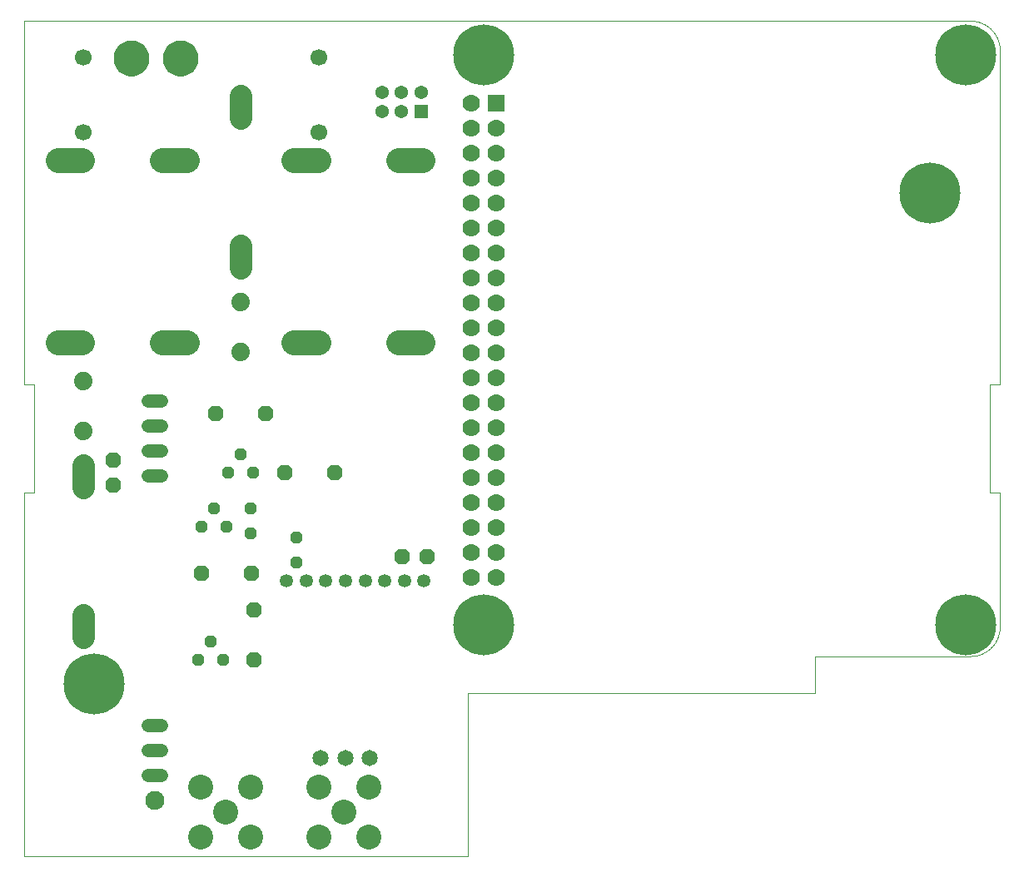
<source format=gbs>
G75*
%MOIN*%
%OFA0B0*%
%FSLAX25Y25*%
%IPPOS*%
%LPD*%
%AMOC8*
5,1,8,0,0,1.08239X$1,22.5*
%
%ADD10C,0.00000*%
%ADD11C,0.09843*%
%ADD12C,0.24409*%
%ADD13C,0.06299*%
%ADD14C,0.07677*%
%ADD15OC8,0.06300*%
%ADD16C,0.08850*%
%ADD17C,0.06693*%
%ADD18C,0.07400*%
%ADD19OC8,0.04800*%
%ADD20C,0.09843*%
%ADD21C,0.06496*%
%ADD22R,0.05400X0.05400*%
%ADD23C,0.05400*%
%ADD24C,0.05315*%
%ADD25C,0.07600*%
%ADD26C,0.10000*%
%ADD27C,0.10827*%
%ADD28R,0.07000X0.07000*%
%ADD29C,0.07000*%
%ADD30C,0.05315*%
D10*
X0013297Y0027187D02*
X0013297Y0172857D01*
X0017234Y0172857D01*
X0017234Y0216164D01*
X0013297Y0216164D01*
X0013297Y0361833D01*
X0392037Y0361833D01*
X0392322Y0361830D01*
X0392608Y0361819D01*
X0392893Y0361802D01*
X0393177Y0361778D01*
X0393461Y0361747D01*
X0393744Y0361709D01*
X0394025Y0361664D01*
X0394306Y0361613D01*
X0394586Y0361555D01*
X0394864Y0361490D01*
X0395140Y0361418D01*
X0395414Y0361340D01*
X0395687Y0361255D01*
X0395957Y0361163D01*
X0396225Y0361065D01*
X0396491Y0360961D01*
X0396754Y0360850D01*
X0397014Y0360733D01*
X0397272Y0360610D01*
X0397526Y0360480D01*
X0397777Y0360344D01*
X0398025Y0360203D01*
X0398269Y0360055D01*
X0398510Y0359902D01*
X0398746Y0359742D01*
X0398979Y0359577D01*
X0399208Y0359407D01*
X0399433Y0359231D01*
X0399653Y0359049D01*
X0399869Y0358863D01*
X0400080Y0358671D01*
X0400287Y0358474D01*
X0400489Y0358272D01*
X0400686Y0358065D01*
X0400878Y0357854D01*
X0401064Y0357638D01*
X0401246Y0357418D01*
X0401422Y0357193D01*
X0401592Y0356964D01*
X0401757Y0356731D01*
X0401917Y0356495D01*
X0402070Y0356254D01*
X0402218Y0356010D01*
X0402359Y0355762D01*
X0402495Y0355511D01*
X0402625Y0355257D01*
X0402748Y0354999D01*
X0402865Y0354739D01*
X0402976Y0354476D01*
X0403080Y0354210D01*
X0403178Y0353942D01*
X0403270Y0353672D01*
X0403355Y0353399D01*
X0403433Y0353125D01*
X0403505Y0352849D01*
X0403570Y0352571D01*
X0403628Y0352291D01*
X0403679Y0352010D01*
X0403724Y0351729D01*
X0403762Y0351446D01*
X0403793Y0351162D01*
X0403817Y0350878D01*
X0403834Y0350593D01*
X0403845Y0350307D01*
X0403848Y0350022D01*
X0403848Y0216164D01*
X0399911Y0216164D01*
X0399911Y0172857D01*
X0403848Y0172857D01*
X0403848Y0119117D01*
X0403845Y0118832D01*
X0403834Y0118546D01*
X0403817Y0118261D01*
X0403793Y0117977D01*
X0403762Y0117693D01*
X0403724Y0117410D01*
X0403679Y0117129D01*
X0403628Y0116848D01*
X0403570Y0116568D01*
X0403505Y0116290D01*
X0403433Y0116014D01*
X0403355Y0115740D01*
X0403270Y0115467D01*
X0403178Y0115197D01*
X0403080Y0114929D01*
X0402976Y0114663D01*
X0402865Y0114400D01*
X0402748Y0114140D01*
X0402625Y0113882D01*
X0402495Y0113628D01*
X0402359Y0113377D01*
X0402218Y0113129D01*
X0402070Y0112885D01*
X0401917Y0112644D01*
X0401757Y0112408D01*
X0401592Y0112175D01*
X0401422Y0111946D01*
X0401246Y0111721D01*
X0401064Y0111501D01*
X0400878Y0111285D01*
X0400686Y0111074D01*
X0400489Y0110867D01*
X0400287Y0110665D01*
X0400080Y0110468D01*
X0399869Y0110276D01*
X0399653Y0110090D01*
X0399433Y0109908D01*
X0399208Y0109732D01*
X0398979Y0109562D01*
X0398746Y0109397D01*
X0398510Y0109237D01*
X0398269Y0109084D01*
X0398025Y0108936D01*
X0397777Y0108795D01*
X0397526Y0108659D01*
X0397272Y0108529D01*
X0397014Y0108406D01*
X0396754Y0108289D01*
X0396491Y0108178D01*
X0396225Y0108074D01*
X0395957Y0107976D01*
X0395687Y0107884D01*
X0395414Y0107799D01*
X0395140Y0107721D01*
X0394864Y0107649D01*
X0394586Y0107584D01*
X0394306Y0107526D01*
X0394025Y0107475D01*
X0393744Y0107430D01*
X0393461Y0107392D01*
X0393177Y0107361D01*
X0392893Y0107337D01*
X0392608Y0107320D01*
X0392322Y0107309D01*
X0392037Y0107306D01*
X0330029Y0107306D01*
X0330029Y0092542D01*
X0190856Y0092542D01*
X0190856Y0027187D01*
X0013297Y0027187D01*
X0036328Y0096085D02*
X0036330Y0096225D01*
X0036336Y0096365D01*
X0036346Y0096504D01*
X0036360Y0096643D01*
X0036378Y0096782D01*
X0036399Y0096920D01*
X0036425Y0097058D01*
X0036455Y0097195D01*
X0036488Y0097330D01*
X0036526Y0097465D01*
X0036567Y0097599D01*
X0036612Y0097732D01*
X0036660Y0097863D01*
X0036713Y0097992D01*
X0036769Y0098121D01*
X0036828Y0098247D01*
X0036892Y0098372D01*
X0036958Y0098495D01*
X0037029Y0098616D01*
X0037102Y0098735D01*
X0037179Y0098852D01*
X0037260Y0098966D01*
X0037343Y0099078D01*
X0037430Y0099188D01*
X0037520Y0099296D01*
X0037612Y0099400D01*
X0037708Y0099502D01*
X0037807Y0099602D01*
X0037908Y0099698D01*
X0038012Y0099792D01*
X0038119Y0099882D01*
X0038228Y0099969D01*
X0038340Y0100054D01*
X0038454Y0100135D01*
X0038570Y0100213D01*
X0038688Y0100287D01*
X0038809Y0100358D01*
X0038931Y0100426D01*
X0039056Y0100490D01*
X0039182Y0100551D01*
X0039309Y0100608D01*
X0039439Y0100661D01*
X0039570Y0100711D01*
X0039702Y0100756D01*
X0039835Y0100799D01*
X0039970Y0100837D01*
X0040105Y0100871D01*
X0040242Y0100902D01*
X0040379Y0100929D01*
X0040517Y0100951D01*
X0040656Y0100970D01*
X0040795Y0100985D01*
X0040934Y0100996D01*
X0041074Y0101003D01*
X0041214Y0101006D01*
X0041354Y0101005D01*
X0041494Y0101000D01*
X0041633Y0100991D01*
X0041773Y0100978D01*
X0041912Y0100961D01*
X0042050Y0100940D01*
X0042188Y0100916D01*
X0042325Y0100887D01*
X0042461Y0100855D01*
X0042596Y0100818D01*
X0042730Y0100778D01*
X0042863Y0100734D01*
X0042994Y0100686D01*
X0043124Y0100635D01*
X0043253Y0100580D01*
X0043380Y0100521D01*
X0043505Y0100458D01*
X0043628Y0100393D01*
X0043750Y0100323D01*
X0043869Y0100250D01*
X0043987Y0100174D01*
X0044102Y0100095D01*
X0044215Y0100012D01*
X0044325Y0099926D01*
X0044433Y0099837D01*
X0044538Y0099745D01*
X0044641Y0099650D01*
X0044741Y0099552D01*
X0044838Y0099452D01*
X0044932Y0099348D01*
X0045024Y0099242D01*
X0045112Y0099134D01*
X0045197Y0099023D01*
X0045279Y0098909D01*
X0045358Y0098793D01*
X0045433Y0098676D01*
X0045505Y0098556D01*
X0045573Y0098434D01*
X0045638Y0098310D01*
X0045700Y0098184D01*
X0045758Y0098057D01*
X0045812Y0097928D01*
X0045863Y0097797D01*
X0045909Y0097665D01*
X0045952Y0097532D01*
X0045992Y0097398D01*
X0046027Y0097263D01*
X0046059Y0097126D01*
X0046086Y0096989D01*
X0046110Y0096851D01*
X0046130Y0096713D01*
X0046146Y0096574D01*
X0046158Y0096434D01*
X0046166Y0096295D01*
X0046170Y0096155D01*
X0046170Y0096015D01*
X0046166Y0095875D01*
X0046158Y0095736D01*
X0046146Y0095596D01*
X0046130Y0095457D01*
X0046110Y0095319D01*
X0046086Y0095181D01*
X0046059Y0095044D01*
X0046027Y0094907D01*
X0045992Y0094772D01*
X0045952Y0094638D01*
X0045909Y0094505D01*
X0045863Y0094373D01*
X0045812Y0094242D01*
X0045758Y0094113D01*
X0045700Y0093986D01*
X0045638Y0093860D01*
X0045573Y0093736D01*
X0045505Y0093614D01*
X0045433Y0093494D01*
X0045358Y0093377D01*
X0045279Y0093261D01*
X0045197Y0093147D01*
X0045112Y0093036D01*
X0045024Y0092928D01*
X0044932Y0092822D01*
X0044838Y0092718D01*
X0044741Y0092618D01*
X0044641Y0092520D01*
X0044538Y0092425D01*
X0044433Y0092333D01*
X0044325Y0092244D01*
X0044215Y0092158D01*
X0044102Y0092075D01*
X0043987Y0091996D01*
X0043869Y0091920D01*
X0043750Y0091847D01*
X0043628Y0091777D01*
X0043505Y0091712D01*
X0043380Y0091649D01*
X0043253Y0091590D01*
X0043124Y0091535D01*
X0042994Y0091484D01*
X0042863Y0091436D01*
X0042730Y0091392D01*
X0042596Y0091352D01*
X0042461Y0091315D01*
X0042325Y0091283D01*
X0042188Y0091254D01*
X0042050Y0091230D01*
X0041912Y0091209D01*
X0041773Y0091192D01*
X0041633Y0091179D01*
X0041494Y0091170D01*
X0041354Y0091165D01*
X0041214Y0091164D01*
X0041074Y0091167D01*
X0040934Y0091174D01*
X0040795Y0091185D01*
X0040656Y0091200D01*
X0040517Y0091219D01*
X0040379Y0091241D01*
X0040242Y0091268D01*
X0040105Y0091299D01*
X0039970Y0091333D01*
X0039835Y0091371D01*
X0039702Y0091414D01*
X0039570Y0091459D01*
X0039439Y0091509D01*
X0039309Y0091562D01*
X0039182Y0091619D01*
X0039056Y0091680D01*
X0038931Y0091744D01*
X0038809Y0091812D01*
X0038688Y0091883D01*
X0038570Y0091957D01*
X0038454Y0092035D01*
X0038340Y0092116D01*
X0038228Y0092201D01*
X0038119Y0092288D01*
X0038012Y0092378D01*
X0037908Y0092472D01*
X0037807Y0092568D01*
X0037708Y0092668D01*
X0037612Y0092770D01*
X0037520Y0092874D01*
X0037430Y0092982D01*
X0037343Y0093092D01*
X0037260Y0093204D01*
X0037179Y0093318D01*
X0037102Y0093435D01*
X0037029Y0093554D01*
X0036958Y0093675D01*
X0036892Y0093798D01*
X0036828Y0093923D01*
X0036769Y0094049D01*
X0036713Y0094178D01*
X0036660Y0094307D01*
X0036612Y0094438D01*
X0036567Y0094571D01*
X0036526Y0094705D01*
X0036488Y0094840D01*
X0036455Y0094975D01*
X0036425Y0095112D01*
X0036399Y0095250D01*
X0036378Y0095388D01*
X0036360Y0095527D01*
X0036346Y0095666D01*
X0036336Y0095805D01*
X0036330Y0095945D01*
X0036328Y0096085D01*
X0191742Y0119707D02*
X0191744Y0119854D01*
X0191750Y0120000D01*
X0191760Y0120146D01*
X0191774Y0120292D01*
X0191792Y0120438D01*
X0191813Y0120583D01*
X0191839Y0120727D01*
X0191869Y0120871D01*
X0191902Y0121013D01*
X0191939Y0121155D01*
X0191980Y0121296D01*
X0192025Y0121435D01*
X0192074Y0121574D01*
X0192126Y0121711D01*
X0192183Y0121846D01*
X0192242Y0121980D01*
X0192306Y0122112D01*
X0192373Y0122242D01*
X0192443Y0122371D01*
X0192517Y0122498D01*
X0192594Y0122622D01*
X0192675Y0122745D01*
X0192759Y0122865D01*
X0192846Y0122983D01*
X0192936Y0123098D01*
X0193029Y0123211D01*
X0193126Y0123322D01*
X0193225Y0123430D01*
X0193327Y0123535D01*
X0193432Y0123637D01*
X0193540Y0123736D01*
X0193651Y0123833D01*
X0193764Y0123926D01*
X0193879Y0124016D01*
X0193997Y0124103D01*
X0194117Y0124187D01*
X0194240Y0124268D01*
X0194364Y0124345D01*
X0194491Y0124419D01*
X0194620Y0124489D01*
X0194750Y0124556D01*
X0194882Y0124620D01*
X0195016Y0124679D01*
X0195151Y0124736D01*
X0195288Y0124788D01*
X0195427Y0124837D01*
X0195566Y0124882D01*
X0195707Y0124923D01*
X0195849Y0124960D01*
X0195991Y0124993D01*
X0196135Y0125023D01*
X0196279Y0125049D01*
X0196424Y0125070D01*
X0196570Y0125088D01*
X0196716Y0125102D01*
X0196862Y0125112D01*
X0197008Y0125118D01*
X0197155Y0125120D01*
X0197302Y0125118D01*
X0197448Y0125112D01*
X0197594Y0125102D01*
X0197740Y0125088D01*
X0197886Y0125070D01*
X0198031Y0125049D01*
X0198175Y0125023D01*
X0198319Y0124993D01*
X0198461Y0124960D01*
X0198603Y0124923D01*
X0198744Y0124882D01*
X0198883Y0124837D01*
X0199022Y0124788D01*
X0199159Y0124736D01*
X0199294Y0124679D01*
X0199428Y0124620D01*
X0199560Y0124556D01*
X0199690Y0124489D01*
X0199819Y0124419D01*
X0199946Y0124345D01*
X0200070Y0124268D01*
X0200193Y0124187D01*
X0200313Y0124103D01*
X0200431Y0124016D01*
X0200546Y0123926D01*
X0200659Y0123833D01*
X0200770Y0123736D01*
X0200878Y0123637D01*
X0200983Y0123535D01*
X0201085Y0123430D01*
X0201184Y0123322D01*
X0201281Y0123211D01*
X0201374Y0123098D01*
X0201464Y0122983D01*
X0201551Y0122865D01*
X0201635Y0122745D01*
X0201716Y0122622D01*
X0201793Y0122498D01*
X0201867Y0122371D01*
X0201937Y0122242D01*
X0202004Y0122112D01*
X0202068Y0121980D01*
X0202127Y0121846D01*
X0202184Y0121711D01*
X0202236Y0121574D01*
X0202285Y0121435D01*
X0202330Y0121296D01*
X0202371Y0121155D01*
X0202408Y0121013D01*
X0202441Y0120871D01*
X0202471Y0120727D01*
X0202497Y0120583D01*
X0202518Y0120438D01*
X0202536Y0120292D01*
X0202550Y0120146D01*
X0202560Y0120000D01*
X0202566Y0119854D01*
X0202568Y0119707D01*
X0202566Y0119560D01*
X0202560Y0119414D01*
X0202550Y0119268D01*
X0202536Y0119122D01*
X0202518Y0118976D01*
X0202497Y0118831D01*
X0202471Y0118687D01*
X0202441Y0118543D01*
X0202408Y0118401D01*
X0202371Y0118259D01*
X0202330Y0118118D01*
X0202285Y0117979D01*
X0202236Y0117840D01*
X0202184Y0117703D01*
X0202127Y0117568D01*
X0202068Y0117434D01*
X0202004Y0117302D01*
X0201937Y0117172D01*
X0201867Y0117043D01*
X0201793Y0116916D01*
X0201716Y0116792D01*
X0201635Y0116669D01*
X0201551Y0116549D01*
X0201464Y0116431D01*
X0201374Y0116316D01*
X0201281Y0116203D01*
X0201184Y0116092D01*
X0201085Y0115984D01*
X0200983Y0115879D01*
X0200878Y0115777D01*
X0200770Y0115678D01*
X0200659Y0115581D01*
X0200546Y0115488D01*
X0200431Y0115398D01*
X0200313Y0115311D01*
X0200193Y0115227D01*
X0200070Y0115146D01*
X0199946Y0115069D01*
X0199819Y0114995D01*
X0199690Y0114925D01*
X0199560Y0114858D01*
X0199428Y0114794D01*
X0199294Y0114735D01*
X0199159Y0114678D01*
X0199022Y0114626D01*
X0198883Y0114577D01*
X0198744Y0114532D01*
X0198603Y0114491D01*
X0198461Y0114454D01*
X0198319Y0114421D01*
X0198175Y0114391D01*
X0198031Y0114365D01*
X0197886Y0114344D01*
X0197740Y0114326D01*
X0197594Y0114312D01*
X0197448Y0114302D01*
X0197302Y0114296D01*
X0197155Y0114294D01*
X0197008Y0114296D01*
X0196862Y0114302D01*
X0196716Y0114312D01*
X0196570Y0114326D01*
X0196424Y0114344D01*
X0196279Y0114365D01*
X0196135Y0114391D01*
X0195991Y0114421D01*
X0195849Y0114454D01*
X0195707Y0114491D01*
X0195566Y0114532D01*
X0195427Y0114577D01*
X0195288Y0114626D01*
X0195151Y0114678D01*
X0195016Y0114735D01*
X0194882Y0114794D01*
X0194750Y0114858D01*
X0194620Y0114925D01*
X0194491Y0114995D01*
X0194364Y0115069D01*
X0194240Y0115146D01*
X0194117Y0115227D01*
X0193997Y0115311D01*
X0193879Y0115398D01*
X0193764Y0115488D01*
X0193651Y0115581D01*
X0193540Y0115678D01*
X0193432Y0115777D01*
X0193327Y0115879D01*
X0193225Y0115984D01*
X0193126Y0116092D01*
X0193029Y0116203D01*
X0192936Y0116316D01*
X0192846Y0116431D01*
X0192759Y0116549D01*
X0192675Y0116669D01*
X0192594Y0116792D01*
X0192517Y0116916D01*
X0192443Y0117043D01*
X0192373Y0117172D01*
X0192306Y0117302D01*
X0192242Y0117434D01*
X0192183Y0117568D01*
X0192126Y0117703D01*
X0192074Y0117840D01*
X0192025Y0117979D01*
X0191980Y0118118D01*
X0191939Y0118259D01*
X0191902Y0118401D01*
X0191869Y0118543D01*
X0191839Y0118687D01*
X0191813Y0118831D01*
X0191792Y0118976D01*
X0191774Y0119122D01*
X0191760Y0119268D01*
X0191750Y0119414D01*
X0191744Y0119560D01*
X0191742Y0119707D01*
X0370974Y0292935D02*
X0370976Y0293075D01*
X0370982Y0293215D01*
X0370992Y0293354D01*
X0371006Y0293493D01*
X0371024Y0293632D01*
X0371045Y0293770D01*
X0371071Y0293908D01*
X0371101Y0294045D01*
X0371134Y0294180D01*
X0371172Y0294315D01*
X0371213Y0294449D01*
X0371258Y0294582D01*
X0371306Y0294713D01*
X0371359Y0294842D01*
X0371415Y0294971D01*
X0371474Y0295097D01*
X0371538Y0295222D01*
X0371604Y0295345D01*
X0371675Y0295466D01*
X0371748Y0295585D01*
X0371825Y0295702D01*
X0371906Y0295816D01*
X0371989Y0295928D01*
X0372076Y0296038D01*
X0372166Y0296146D01*
X0372258Y0296250D01*
X0372354Y0296352D01*
X0372453Y0296452D01*
X0372554Y0296548D01*
X0372658Y0296642D01*
X0372765Y0296732D01*
X0372874Y0296819D01*
X0372986Y0296904D01*
X0373100Y0296985D01*
X0373216Y0297063D01*
X0373334Y0297137D01*
X0373455Y0297208D01*
X0373577Y0297276D01*
X0373702Y0297340D01*
X0373828Y0297401D01*
X0373955Y0297458D01*
X0374085Y0297511D01*
X0374216Y0297561D01*
X0374348Y0297606D01*
X0374481Y0297649D01*
X0374616Y0297687D01*
X0374751Y0297721D01*
X0374888Y0297752D01*
X0375025Y0297779D01*
X0375163Y0297801D01*
X0375302Y0297820D01*
X0375441Y0297835D01*
X0375580Y0297846D01*
X0375720Y0297853D01*
X0375860Y0297856D01*
X0376000Y0297855D01*
X0376140Y0297850D01*
X0376279Y0297841D01*
X0376419Y0297828D01*
X0376558Y0297811D01*
X0376696Y0297790D01*
X0376834Y0297766D01*
X0376971Y0297737D01*
X0377107Y0297705D01*
X0377242Y0297668D01*
X0377376Y0297628D01*
X0377509Y0297584D01*
X0377640Y0297536D01*
X0377770Y0297485D01*
X0377899Y0297430D01*
X0378026Y0297371D01*
X0378151Y0297308D01*
X0378274Y0297243D01*
X0378396Y0297173D01*
X0378515Y0297100D01*
X0378633Y0297024D01*
X0378748Y0296945D01*
X0378861Y0296862D01*
X0378971Y0296776D01*
X0379079Y0296687D01*
X0379184Y0296595D01*
X0379287Y0296500D01*
X0379387Y0296402D01*
X0379484Y0296302D01*
X0379578Y0296198D01*
X0379670Y0296092D01*
X0379758Y0295984D01*
X0379843Y0295873D01*
X0379925Y0295759D01*
X0380004Y0295643D01*
X0380079Y0295526D01*
X0380151Y0295406D01*
X0380219Y0295284D01*
X0380284Y0295160D01*
X0380346Y0295034D01*
X0380404Y0294907D01*
X0380458Y0294778D01*
X0380509Y0294647D01*
X0380555Y0294515D01*
X0380598Y0294382D01*
X0380638Y0294248D01*
X0380673Y0294113D01*
X0380705Y0293976D01*
X0380732Y0293839D01*
X0380756Y0293701D01*
X0380776Y0293563D01*
X0380792Y0293424D01*
X0380804Y0293284D01*
X0380812Y0293145D01*
X0380816Y0293005D01*
X0380816Y0292865D01*
X0380812Y0292725D01*
X0380804Y0292586D01*
X0380792Y0292446D01*
X0380776Y0292307D01*
X0380756Y0292169D01*
X0380732Y0292031D01*
X0380705Y0291894D01*
X0380673Y0291757D01*
X0380638Y0291622D01*
X0380598Y0291488D01*
X0380555Y0291355D01*
X0380509Y0291223D01*
X0380458Y0291092D01*
X0380404Y0290963D01*
X0380346Y0290836D01*
X0380284Y0290710D01*
X0380219Y0290586D01*
X0380151Y0290464D01*
X0380079Y0290344D01*
X0380004Y0290227D01*
X0379925Y0290111D01*
X0379843Y0289997D01*
X0379758Y0289886D01*
X0379670Y0289778D01*
X0379578Y0289672D01*
X0379484Y0289568D01*
X0379387Y0289468D01*
X0379287Y0289370D01*
X0379184Y0289275D01*
X0379079Y0289183D01*
X0378971Y0289094D01*
X0378861Y0289008D01*
X0378748Y0288925D01*
X0378633Y0288846D01*
X0378515Y0288770D01*
X0378396Y0288697D01*
X0378274Y0288627D01*
X0378151Y0288562D01*
X0378026Y0288499D01*
X0377899Y0288440D01*
X0377770Y0288385D01*
X0377640Y0288334D01*
X0377509Y0288286D01*
X0377376Y0288242D01*
X0377242Y0288202D01*
X0377107Y0288165D01*
X0376971Y0288133D01*
X0376834Y0288104D01*
X0376696Y0288080D01*
X0376558Y0288059D01*
X0376419Y0288042D01*
X0376279Y0288029D01*
X0376140Y0288020D01*
X0376000Y0288015D01*
X0375860Y0288014D01*
X0375720Y0288017D01*
X0375580Y0288024D01*
X0375441Y0288035D01*
X0375302Y0288050D01*
X0375163Y0288069D01*
X0375025Y0288091D01*
X0374888Y0288118D01*
X0374751Y0288149D01*
X0374616Y0288183D01*
X0374481Y0288221D01*
X0374348Y0288264D01*
X0374216Y0288309D01*
X0374085Y0288359D01*
X0373955Y0288412D01*
X0373828Y0288469D01*
X0373702Y0288530D01*
X0373577Y0288594D01*
X0373455Y0288662D01*
X0373334Y0288733D01*
X0373216Y0288807D01*
X0373100Y0288885D01*
X0372986Y0288966D01*
X0372874Y0289051D01*
X0372765Y0289138D01*
X0372658Y0289228D01*
X0372554Y0289322D01*
X0372453Y0289418D01*
X0372354Y0289518D01*
X0372258Y0289620D01*
X0372166Y0289724D01*
X0372076Y0289832D01*
X0371989Y0289942D01*
X0371906Y0290054D01*
X0371825Y0290168D01*
X0371748Y0290285D01*
X0371675Y0290404D01*
X0371604Y0290525D01*
X0371538Y0290648D01*
X0371474Y0290773D01*
X0371415Y0290899D01*
X0371359Y0291028D01*
X0371306Y0291157D01*
X0371258Y0291288D01*
X0371213Y0291421D01*
X0371172Y0291555D01*
X0371134Y0291690D01*
X0371101Y0291825D01*
X0371071Y0291962D01*
X0371045Y0292100D01*
X0371024Y0292238D01*
X0371006Y0292377D01*
X0370992Y0292516D01*
X0370982Y0292655D01*
X0370976Y0292795D01*
X0370974Y0292935D01*
X0384655Y0348054D02*
X0384657Y0348201D01*
X0384663Y0348347D01*
X0384673Y0348493D01*
X0384687Y0348639D01*
X0384705Y0348785D01*
X0384726Y0348930D01*
X0384752Y0349074D01*
X0384782Y0349218D01*
X0384815Y0349360D01*
X0384852Y0349502D01*
X0384893Y0349643D01*
X0384938Y0349782D01*
X0384987Y0349921D01*
X0385039Y0350058D01*
X0385096Y0350193D01*
X0385155Y0350327D01*
X0385219Y0350459D01*
X0385286Y0350589D01*
X0385356Y0350718D01*
X0385430Y0350845D01*
X0385507Y0350969D01*
X0385588Y0351092D01*
X0385672Y0351212D01*
X0385759Y0351330D01*
X0385849Y0351445D01*
X0385942Y0351558D01*
X0386039Y0351669D01*
X0386138Y0351777D01*
X0386240Y0351882D01*
X0386345Y0351984D01*
X0386453Y0352083D01*
X0386564Y0352180D01*
X0386677Y0352273D01*
X0386792Y0352363D01*
X0386910Y0352450D01*
X0387030Y0352534D01*
X0387153Y0352615D01*
X0387277Y0352692D01*
X0387404Y0352766D01*
X0387533Y0352836D01*
X0387663Y0352903D01*
X0387795Y0352967D01*
X0387929Y0353026D01*
X0388064Y0353083D01*
X0388201Y0353135D01*
X0388340Y0353184D01*
X0388479Y0353229D01*
X0388620Y0353270D01*
X0388762Y0353307D01*
X0388904Y0353340D01*
X0389048Y0353370D01*
X0389192Y0353396D01*
X0389337Y0353417D01*
X0389483Y0353435D01*
X0389629Y0353449D01*
X0389775Y0353459D01*
X0389921Y0353465D01*
X0390068Y0353467D01*
X0390215Y0353465D01*
X0390361Y0353459D01*
X0390507Y0353449D01*
X0390653Y0353435D01*
X0390799Y0353417D01*
X0390944Y0353396D01*
X0391088Y0353370D01*
X0391232Y0353340D01*
X0391374Y0353307D01*
X0391516Y0353270D01*
X0391657Y0353229D01*
X0391796Y0353184D01*
X0391935Y0353135D01*
X0392072Y0353083D01*
X0392207Y0353026D01*
X0392341Y0352967D01*
X0392473Y0352903D01*
X0392603Y0352836D01*
X0392732Y0352766D01*
X0392859Y0352692D01*
X0392983Y0352615D01*
X0393106Y0352534D01*
X0393226Y0352450D01*
X0393344Y0352363D01*
X0393459Y0352273D01*
X0393572Y0352180D01*
X0393683Y0352083D01*
X0393791Y0351984D01*
X0393896Y0351882D01*
X0393998Y0351777D01*
X0394097Y0351669D01*
X0394194Y0351558D01*
X0394287Y0351445D01*
X0394377Y0351330D01*
X0394464Y0351212D01*
X0394548Y0351092D01*
X0394629Y0350969D01*
X0394706Y0350845D01*
X0394780Y0350718D01*
X0394850Y0350589D01*
X0394917Y0350459D01*
X0394981Y0350327D01*
X0395040Y0350193D01*
X0395097Y0350058D01*
X0395149Y0349921D01*
X0395198Y0349782D01*
X0395243Y0349643D01*
X0395284Y0349502D01*
X0395321Y0349360D01*
X0395354Y0349218D01*
X0395384Y0349074D01*
X0395410Y0348930D01*
X0395431Y0348785D01*
X0395449Y0348639D01*
X0395463Y0348493D01*
X0395473Y0348347D01*
X0395479Y0348201D01*
X0395481Y0348054D01*
X0395479Y0347907D01*
X0395473Y0347761D01*
X0395463Y0347615D01*
X0395449Y0347469D01*
X0395431Y0347323D01*
X0395410Y0347178D01*
X0395384Y0347034D01*
X0395354Y0346890D01*
X0395321Y0346748D01*
X0395284Y0346606D01*
X0395243Y0346465D01*
X0395198Y0346326D01*
X0395149Y0346187D01*
X0395097Y0346050D01*
X0395040Y0345915D01*
X0394981Y0345781D01*
X0394917Y0345649D01*
X0394850Y0345519D01*
X0394780Y0345390D01*
X0394706Y0345263D01*
X0394629Y0345139D01*
X0394548Y0345016D01*
X0394464Y0344896D01*
X0394377Y0344778D01*
X0394287Y0344663D01*
X0394194Y0344550D01*
X0394097Y0344439D01*
X0393998Y0344331D01*
X0393896Y0344226D01*
X0393791Y0344124D01*
X0393683Y0344025D01*
X0393572Y0343928D01*
X0393459Y0343835D01*
X0393344Y0343745D01*
X0393226Y0343658D01*
X0393106Y0343574D01*
X0392983Y0343493D01*
X0392859Y0343416D01*
X0392732Y0343342D01*
X0392603Y0343272D01*
X0392473Y0343205D01*
X0392341Y0343141D01*
X0392207Y0343082D01*
X0392072Y0343025D01*
X0391935Y0342973D01*
X0391796Y0342924D01*
X0391657Y0342879D01*
X0391516Y0342838D01*
X0391374Y0342801D01*
X0391232Y0342768D01*
X0391088Y0342738D01*
X0390944Y0342712D01*
X0390799Y0342691D01*
X0390653Y0342673D01*
X0390507Y0342659D01*
X0390361Y0342649D01*
X0390215Y0342643D01*
X0390068Y0342641D01*
X0389921Y0342643D01*
X0389775Y0342649D01*
X0389629Y0342659D01*
X0389483Y0342673D01*
X0389337Y0342691D01*
X0389192Y0342712D01*
X0389048Y0342738D01*
X0388904Y0342768D01*
X0388762Y0342801D01*
X0388620Y0342838D01*
X0388479Y0342879D01*
X0388340Y0342924D01*
X0388201Y0342973D01*
X0388064Y0343025D01*
X0387929Y0343082D01*
X0387795Y0343141D01*
X0387663Y0343205D01*
X0387533Y0343272D01*
X0387404Y0343342D01*
X0387277Y0343416D01*
X0387153Y0343493D01*
X0387030Y0343574D01*
X0386910Y0343658D01*
X0386792Y0343745D01*
X0386677Y0343835D01*
X0386564Y0343928D01*
X0386453Y0344025D01*
X0386345Y0344124D01*
X0386240Y0344226D01*
X0386138Y0344331D01*
X0386039Y0344439D01*
X0385942Y0344550D01*
X0385849Y0344663D01*
X0385759Y0344778D01*
X0385672Y0344896D01*
X0385588Y0345016D01*
X0385507Y0345139D01*
X0385430Y0345263D01*
X0385356Y0345390D01*
X0385286Y0345519D01*
X0385219Y0345649D01*
X0385155Y0345781D01*
X0385096Y0345915D01*
X0385039Y0346050D01*
X0384987Y0346187D01*
X0384938Y0346326D01*
X0384893Y0346465D01*
X0384852Y0346606D01*
X0384815Y0346748D01*
X0384782Y0346890D01*
X0384752Y0347034D01*
X0384726Y0347178D01*
X0384705Y0347323D01*
X0384687Y0347469D01*
X0384673Y0347615D01*
X0384663Y0347761D01*
X0384657Y0347907D01*
X0384655Y0348054D01*
X0191742Y0348054D02*
X0191744Y0348201D01*
X0191750Y0348347D01*
X0191760Y0348493D01*
X0191774Y0348639D01*
X0191792Y0348785D01*
X0191813Y0348930D01*
X0191839Y0349074D01*
X0191869Y0349218D01*
X0191902Y0349360D01*
X0191939Y0349502D01*
X0191980Y0349643D01*
X0192025Y0349782D01*
X0192074Y0349921D01*
X0192126Y0350058D01*
X0192183Y0350193D01*
X0192242Y0350327D01*
X0192306Y0350459D01*
X0192373Y0350589D01*
X0192443Y0350718D01*
X0192517Y0350845D01*
X0192594Y0350969D01*
X0192675Y0351092D01*
X0192759Y0351212D01*
X0192846Y0351330D01*
X0192936Y0351445D01*
X0193029Y0351558D01*
X0193126Y0351669D01*
X0193225Y0351777D01*
X0193327Y0351882D01*
X0193432Y0351984D01*
X0193540Y0352083D01*
X0193651Y0352180D01*
X0193764Y0352273D01*
X0193879Y0352363D01*
X0193997Y0352450D01*
X0194117Y0352534D01*
X0194240Y0352615D01*
X0194364Y0352692D01*
X0194491Y0352766D01*
X0194620Y0352836D01*
X0194750Y0352903D01*
X0194882Y0352967D01*
X0195016Y0353026D01*
X0195151Y0353083D01*
X0195288Y0353135D01*
X0195427Y0353184D01*
X0195566Y0353229D01*
X0195707Y0353270D01*
X0195849Y0353307D01*
X0195991Y0353340D01*
X0196135Y0353370D01*
X0196279Y0353396D01*
X0196424Y0353417D01*
X0196570Y0353435D01*
X0196716Y0353449D01*
X0196862Y0353459D01*
X0197008Y0353465D01*
X0197155Y0353467D01*
X0197302Y0353465D01*
X0197448Y0353459D01*
X0197594Y0353449D01*
X0197740Y0353435D01*
X0197886Y0353417D01*
X0198031Y0353396D01*
X0198175Y0353370D01*
X0198319Y0353340D01*
X0198461Y0353307D01*
X0198603Y0353270D01*
X0198744Y0353229D01*
X0198883Y0353184D01*
X0199022Y0353135D01*
X0199159Y0353083D01*
X0199294Y0353026D01*
X0199428Y0352967D01*
X0199560Y0352903D01*
X0199690Y0352836D01*
X0199819Y0352766D01*
X0199946Y0352692D01*
X0200070Y0352615D01*
X0200193Y0352534D01*
X0200313Y0352450D01*
X0200431Y0352363D01*
X0200546Y0352273D01*
X0200659Y0352180D01*
X0200770Y0352083D01*
X0200878Y0351984D01*
X0200983Y0351882D01*
X0201085Y0351777D01*
X0201184Y0351669D01*
X0201281Y0351558D01*
X0201374Y0351445D01*
X0201464Y0351330D01*
X0201551Y0351212D01*
X0201635Y0351092D01*
X0201716Y0350969D01*
X0201793Y0350845D01*
X0201867Y0350718D01*
X0201937Y0350589D01*
X0202004Y0350459D01*
X0202068Y0350327D01*
X0202127Y0350193D01*
X0202184Y0350058D01*
X0202236Y0349921D01*
X0202285Y0349782D01*
X0202330Y0349643D01*
X0202371Y0349502D01*
X0202408Y0349360D01*
X0202441Y0349218D01*
X0202471Y0349074D01*
X0202497Y0348930D01*
X0202518Y0348785D01*
X0202536Y0348639D01*
X0202550Y0348493D01*
X0202560Y0348347D01*
X0202566Y0348201D01*
X0202568Y0348054D01*
X0202566Y0347907D01*
X0202560Y0347761D01*
X0202550Y0347615D01*
X0202536Y0347469D01*
X0202518Y0347323D01*
X0202497Y0347178D01*
X0202471Y0347034D01*
X0202441Y0346890D01*
X0202408Y0346748D01*
X0202371Y0346606D01*
X0202330Y0346465D01*
X0202285Y0346326D01*
X0202236Y0346187D01*
X0202184Y0346050D01*
X0202127Y0345915D01*
X0202068Y0345781D01*
X0202004Y0345649D01*
X0201937Y0345519D01*
X0201867Y0345390D01*
X0201793Y0345263D01*
X0201716Y0345139D01*
X0201635Y0345016D01*
X0201551Y0344896D01*
X0201464Y0344778D01*
X0201374Y0344663D01*
X0201281Y0344550D01*
X0201184Y0344439D01*
X0201085Y0344331D01*
X0200983Y0344226D01*
X0200878Y0344124D01*
X0200770Y0344025D01*
X0200659Y0343928D01*
X0200546Y0343835D01*
X0200431Y0343745D01*
X0200313Y0343658D01*
X0200193Y0343574D01*
X0200070Y0343493D01*
X0199946Y0343416D01*
X0199819Y0343342D01*
X0199690Y0343272D01*
X0199560Y0343205D01*
X0199428Y0343141D01*
X0199294Y0343082D01*
X0199159Y0343025D01*
X0199022Y0342973D01*
X0198883Y0342924D01*
X0198744Y0342879D01*
X0198603Y0342838D01*
X0198461Y0342801D01*
X0198319Y0342768D01*
X0198175Y0342738D01*
X0198031Y0342712D01*
X0197886Y0342691D01*
X0197740Y0342673D01*
X0197594Y0342659D01*
X0197448Y0342649D01*
X0197302Y0342643D01*
X0197155Y0342641D01*
X0197008Y0342643D01*
X0196862Y0342649D01*
X0196716Y0342659D01*
X0196570Y0342673D01*
X0196424Y0342691D01*
X0196279Y0342712D01*
X0196135Y0342738D01*
X0195991Y0342768D01*
X0195849Y0342801D01*
X0195707Y0342838D01*
X0195566Y0342879D01*
X0195427Y0342924D01*
X0195288Y0342973D01*
X0195151Y0343025D01*
X0195016Y0343082D01*
X0194882Y0343141D01*
X0194750Y0343205D01*
X0194620Y0343272D01*
X0194491Y0343342D01*
X0194364Y0343416D01*
X0194240Y0343493D01*
X0194117Y0343574D01*
X0193997Y0343658D01*
X0193879Y0343745D01*
X0193764Y0343835D01*
X0193651Y0343928D01*
X0193540Y0344025D01*
X0193432Y0344124D01*
X0193327Y0344226D01*
X0193225Y0344331D01*
X0193126Y0344439D01*
X0193029Y0344550D01*
X0192936Y0344663D01*
X0192846Y0344778D01*
X0192759Y0344896D01*
X0192675Y0345016D01*
X0192594Y0345139D01*
X0192517Y0345263D01*
X0192443Y0345390D01*
X0192373Y0345519D01*
X0192306Y0345649D01*
X0192242Y0345781D01*
X0192183Y0345915D01*
X0192126Y0346050D01*
X0192074Y0346187D01*
X0192025Y0346326D01*
X0191980Y0346465D01*
X0191939Y0346606D01*
X0191902Y0346748D01*
X0191869Y0346890D01*
X0191839Y0347034D01*
X0191813Y0347178D01*
X0191792Y0347323D01*
X0191774Y0347469D01*
X0191760Y0347615D01*
X0191750Y0347761D01*
X0191744Y0347907D01*
X0191742Y0348054D01*
X0384655Y0119707D02*
X0384657Y0119854D01*
X0384663Y0120000D01*
X0384673Y0120146D01*
X0384687Y0120292D01*
X0384705Y0120438D01*
X0384726Y0120583D01*
X0384752Y0120727D01*
X0384782Y0120871D01*
X0384815Y0121013D01*
X0384852Y0121155D01*
X0384893Y0121296D01*
X0384938Y0121435D01*
X0384987Y0121574D01*
X0385039Y0121711D01*
X0385096Y0121846D01*
X0385155Y0121980D01*
X0385219Y0122112D01*
X0385286Y0122242D01*
X0385356Y0122371D01*
X0385430Y0122498D01*
X0385507Y0122622D01*
X0385588Y0122745D01*
X0385672Y0122865D01*
X0385759Y0122983D01*
X0385849Y0123098D01*
X0385942Y0123211D01*
X0386039Y0123322D01*
X0386138Y0123430D01*
X0386240Y0123535D01*
X0386345Y0123637D01*
X0386453Y0123736D01*
X0386564Y0123833D01*
X0386677Y0123926D01*
X0386792Y0124016D01*
X0386910Y0124103D01*
X0387030Y0124187D01*
X0387153Y0124268D01*
X0387277Y0124345D01*
X0387404Y0124419D01*
X0387533Y0124489D01*
X0387663Y0124556D01*
X0387795Y0124620D01*
X0387929Y0124679D01*
X0388064Y0124736D01*
X0388201Y0124788D01*
X0388340Y0124837D01*
X0388479Y0124882D01*
X0388620Y0124923D01*
X0388762Y0124960D01*
X0388904Y0124993D01*
X0389048Y0125023D01*
X0389192Y0125049D01*
X0389337Y0125070D01*
X0389483Y0125088D01*
X0389629Y0125102D01*
X0389775Y0125112D01*
X0389921Y0125118D01*
X0390068Y0125120D01*
X0390215Y0125118D01*
X0390361Y0125112D01*
X0390507Y0125102D01*
X0390653Y0125088D01*
X0390799Y0125070D01*
X0390944Y0125049D01*
X0391088Y0125023D01*
X0391232Y0124993D01*
X0391374Y0124960D01*
X0391516Y0124923D01*
X0391657Y0124882D01*
X0391796Y0124837D01*
X0391935Y0124788D01*
X0392072Y0124736D01*
X0392207Y0124679D01*
X0392341Y0124620D01*
X0392473Y0124556D01*
X0392603Y0124489D01*
X0392732Y0124419D01*
X0392859Y0124345D01*
X0392983Y0124268D01*
X0393106Y0124187D01*
X0393226Y0124103D01*
X0393344Y0124016D01*
X0393459Y0123926D01*
X0393572Y0123833D01*
X0393683Y0123736D01*
X0393791Y0123637D01*
X0393896Y0123535D01*
X0393998Y0123430D01*
X0394097Y0123322D01*
X0394194Y0123211D01*
X0394287Y0123098D01*
X0394377Y0122983D01*
X0394464Y0122865D01*
X0394548Y0122745D01*
X0394629Y0122622D01*
X0394706Y0122498D01*
X0394780Y0122371D01*
X0394850Y0122242D01*
X0394917Y0122112D01*
X0394981Y0121980D01*
X0395040Y0121846D01*
X0395097Y0121711D01*
X0395149Y0121574D01*
X0395198Y0121435D01*
X0395243Y0121296D01*
X0395284Y0121155D01*
X0395321Y0121013D01*
X0395354Y0120871D01*
X0395384Y0120727D01*
X0395410Y0120583D01*
X0395431Y0120438D01*
X0395449Y0120292D01*
X0395463Y0120146D01*
X0395473Y0120000D01*
X0395479Y0119854D01*
X0395481Y0119707D01*
X0395479Y0119560D01*
X0395473Y0119414D01*
X0395463Y0119268D01*
X0395449Y0119122D01*
X0395431Y0118976D01*
X0395410Y0118831D01*
X0395384Y0118687D01*
X0395354Y0118543D01*
X0395321Y0118401D01*
X0395284Y0118259D01*
X0395243Y0118118D01*
X0395198Y0117979D01*
X0395149Y0117840D01*
X0395097Y0117703D01*
X0395040Y0117568D01*
X0394981Y0117434D01*
X0394917Y0117302D01*
X0394850Y0117172D01*
X0394780Y0117043D01*
X0394706Y0116916D01*
X0394629Y0116792D01*
X0394548Y0116669D01*
X0394464Y0116549D01*
X0394377Y0116431D01*
X0394287Y0116316D01*
X0394194Y0116203D01*
X0394097Y0116092D01*
X0393998Y0115984D01*
X0393896Y0115879D01*
X0393791Y0115777D01*
X0393683Y0115678D01*
X0393572Y0115581D01*
X0393459Y0115488D01*
X0393344Y0115398D01*
X0393226Y0115311D01*
X0393106Y0115227D01*
X0392983Y0115146D01*
X0392859Y0115069D01*
X0392732Y0114995D01*
X0392603Y0114925D01*
X0392473Y0114858D01*
X0392341Y0114794D01*
X0392207Y0114735D01*
X0392072Y0114678D01*
X0391935Y0114626D01*
X0391796Y0114577D01*
X0391657Y0114532D01*
X0391516Y0114491D01*
X0391374Y0114454D01*
X0391232Y0114421D01*
X0391088Y0114391D01*
X0390944Y0114365D01*
X0390799Y0114344D01*
X0390653Y0114326D01*
X0390507Y0114312D01*
X0390361Y0114302D01*
X0390215Y0114296D01*
X0390068Y0114294D01*
X0389921Y0114296D01*
X0389775Y0114302D01*
X0389629Y0114312D01*
X0389483Y0114326D01*
X0389337Y0114344D01*
X0389192Y0114365D01*
X0389048Y0114391D01*
X0388904Y0114421D01*
X0388762Y0114454D01*
X0388620Y0114491D01*
X0388479Y0114532D01*
X0388340Y0114577D01*
X0388201Y0114626D01*
X0388064Y0114678D01*
X0387929Y0114735D01*
X0387795Y0114794D01*
X0387663Y0114858D01*
X0387533Y0114925D01*
X0387404Y0114995D01*
X0387277Y0115069D01*
X0387153Y0115146D01*
X0387030Y0115227D01*
X0386910Y0115311D01*
X0386792Y0115398D01*
X0386677Y0115488D01*
X0386564Y0115581D01*
X0386453Y0115678D01*
X0386345Y0115777D01*
X0386240Y0115879D01*
X0386138Y0115984D01*
X0386039Y0116092D01*
X0385942Y0116203D01*
X0385849Y0116316D01*
X0385759Y0116431D01*
X0385672Y0116549D01*
X0385588Y0116669D01*
X0385507Y0116792D01*
X0385430Y0116916D01*
X0385356Y0117043D01*
X0385286Y0117172D01*
X0385219Y0117302D01*
X0385155Y0117434D01*
X0385096Y0117568D01*
X0385039Y0117703D01*
X0384987Y0117840D01*
X0384938Y0117979D01*
X0384893Y0118118D01*
X0384852Y0118259D01*
X0384815Y0118401D01*
X0384782Y0118543D01*
X0384752Y0118687D01*
X0384726Y0118831D01*
X0384705Y0118976D01*
X0384687Y0119122D01*
X0384673Y0119268D01*
X0384663Y0119414D01*
X0384657Y0119560D01*
X0384655Y0119707D01*
D11*
X0375895Y0292935D03*
X0041249Y0096085D03*
D12*
X0041249Y0096085D03*
X0197155Y0119707D03*
X0390068Y0119707D03*
X0375895Y0292935D03*
X0390068Y0348054D03*
X0197155Y0348054D03*
D13*
X0071761Y0346872D02*
X0071763Y0346997D01*
X0071769Y0347122D01*
X0071779Y0347246D01*
X0071793Y0347370D01*
X0071810Y0347494D01*
X0071832Y0347617D01*
X0071858Y0347739D01*
X0071887Y0347861D01*
X0071920Y0347981D01*
X0071958Y0348100D01*
X0071998Y0348219D01*
X0072043Y0348335D01*
X0072091Y0348450D01*
X0072143Y0348564D01*
X0072199Y0348676D01*
X0072258Y0348786D01*
X0072320Y0348894D01*
X0072386Y0349001D01*
X0072455Y0349105D01*
X0072528Y0349206D01*
X0072603Y0349306D01*
X0072682Y0349403D01*
X0072764Y0349497D01*
X0072849Y0349589D01*
X0072936Y0349678D01*
X0073027Y0349764D01*
X0073120Y0349847D01*
X0073216Y0349928D01*
X0073314Y0350005D01*
X0073414Y0350079D01*
X0073517Y0350150D01*
X0073622Y0350217D01*
X0073730Y0350282D01*
X0073839Y0350342D01*
X0073950Y0350400D01*
X0074063Y0350453D01*
X0074177Y0350503D01*
X0074293Y0350550D01*
X0074410Y0350592D01*
X0074529Y0350631D01*
X0074649Y0350667D01*
X0074770Y0350698D01*
X0074892Y0350726D01*
X0075014Y0350749D01*
X0075138Y0350769D01*
X0075262Y0350785D01*
X0075386Y0350797D01*
X0075511Y0350805D01*
X0075636Y0350809D01*
X0075760Y0350809D01*
X0075885Y0350805D01*
X0076010Y0350797D01*
X0076134Y0350785D01*
X0076258Y0350769D01*
X0076382Y0350749D01*
X0076504Y0350726D01*
X0076626Y0350698D01*
X0076747Y0350667D01*
X0076867Y0350631D01*
X0076986Y0350592D01*
X0077103Y0350550D01*
X0077219Y0350503D01*
X0077333Y0350453D01*
X0077446Y0350400D01*
X0077557Y0350342D01*
X0077667Y0350282D01*
X0077774Y0350217D01*
X0077879Y0350150D01*
X0077982Y0350079D01*
X0078082Y0350005D01*
X0078180Y0349928D01*
X0078276Y0349847D01*
X0078369Y0349764D01*
X0078460Y0349678D01*
X0078547Y0349589D01*
X0078632Y0349497D01*
X0078714Y0349403D01*
X0078793Y0349306D01*
X0078868Y0349206D01*
X0078941Y0349105D01*
X0079010Y0349001D01*
X0079076Y0348894D01*
X0079138Y0348786D01*
X0079197Y0348676D01*
X0079253Y0348564D01*
X0079305Y0348450D01*
X0079353Y0348335D01*
X0079398Y0348219D01*
X0079438Y0348100D01*
X0079476Y0347981D01*
X0079509Y0347861D01*
X0079538Y0347739D01*
X0079564Y0347617D01*
X0079586Y0347494D01*
X0079603Y0347370D01*
X0079617Y0347246D01*
X0079627Y0347122D01*
X0079633Y0346997D01*
X0079635Y0346872D01*
X0079633Y0346747D01*
X0079627Y0346622D01*
X0079617Y0346498D01*
X0079603Y0346374D01*
X0079586Y0346250D01*
X0079564Y0346127D01*
X0079538Y0346005D01*
X0079509Y0345883D01*
X0079476Y0345763D01*
X0079438Y0345644D01*
X0079398Y0345525D01*
X0079353Y0345409D01*
X0079305Y0345294D01*
X0079253Y0345180D01*
X0079197Y0345068D01*
X0079138Y0344958D01*
X0079076Y0344850D01*
X0079010Y0344743D01*
X0078941Y0344639D01*
X0078868Y0344538D01*
X0078793Y0344438D01*
X0078714Y0344341D01*
X0078632Y0344247D01*
X0078547Y0344155D01*
X0078460Y0344066D01*
X0078369Y0343980D01*
X0078276Y0343897D01*
X0078180Y0343816D01*
X0078082Y0343739D01*
X0077982Y0343665D01*
X0077879Y0343594D01*
X0077774Y0343527D01*
X0077666Y0343462D01*
X0077557Y0343402D01*
X0077446Y0343344D01*
X0077333Y0343291D01*
X0077219Y0343241D01*
X0077103Y0343194D01*
X0076986Y0343152D01*
X0076867Y0343113D01*
X0076747Y0343077D01*
X0076626Y0343046D01*
X0076504Y0343018D01*
X0076382Y0342995D01*
X0076258Y0342975D01*
X0076134Y0342959D01*
X0076010Y0342947D01*
X0075885Y0342939D01*
X0075760Y0342935D01*
X0075636Y0342935D01*
X0075511Y0342939D01*
X0075386Y0342947D01*
X0075262Y0342959D01*
X0075138Y0342975D01*
X0075014Y0342995D01*
X0074892Y0343018D01*
X0074770Y0343046D01*
X0074649Y0343077D01*
X0074529Y0343113D01*
X0074410Y0343152D01*
X0074293Y0343194D01*
X0074177Y0343241D01*
X0074063Y0343291D01*
X0073950Y0343344D01*
X0073839Y0343402D01*
X0073729Y0343462D01*
X0073622Y0343527D01*
X0073517Y0343594D01*
X0073414Y0343665D01*
X0073314Y0343739D01*
X0073216Y0343816D01*
X0073120Y0343897D01*
X0073027Y0343980D01*
X0072936Y0344066D01*
X0072849Y0344155D01*
X0072764Y0344247D01*
X0072682Y0344341D01*
X0072603Y0344438D01*
X0072528Y0344538D01*
X0072455Y0344639D01*
X0072386Y0344743D01*
X0072320Y0344850D01*
X0072258Y0344958D01*
X0072199Y0345068D01*
X0072143Y0345180D01*
X0072091Y0345294D01*
X0072043Y0345409D01*
X0071998Y0345525D01*
X0071958Y0345644D01*
X0071920Y0345763D01*
X0071887Y0345883D01*
X0071858Y0346005D01*
X0071832Y0346127D01*
X0071810Y0346250D01*
X0071793Y0346374D01*
X0071779Y0346498D01*
X0071769Y0346622D01*
X0071763Y0346747D01*
X0071761Y0346872D01*
X0052076Y0346872D02*
X0052078Y0346997D01*
X0052084Y0347122D01*
X0052094Y0347246D01*
X0052108Y0347370D01*
X0052125Y0347494D01*
X0052147Y0347617D01*
X0052173Y0347739D01*
X0052202Y0347861D01*
X0052235Y0347981D01*
X0052273Y0348100D01*
X0052313Y0348219D01*
X0052358Y0348335D01*
X0052406Y0348450D01*
X0052458Y0348564D01*
X0052514Y0348676D01*
X0052573Y0348786D01*
X0052635Y0348894D01*
X0052701Y0349001D01*
X0052770Y0349105D01*
X0052843Y0349206D01*
X0052918Y0349306D01*
X0052997Y0349403D01*
X0053079Y0349497D01*
X0053164Y0349589D01*
X0053251Y0349678D01*
X0053342Y0349764D01*
X0053435Y0349847D01*
X0053531Y0349928D01*
X0053629Y0350005D01*
X0053729Y0350079D01*
X0053832Y0350150D01*
X0053937Y0350217D01*
X0054045Y0350282D01*
X0054154Y0350342D01*
X0054265Y0350400D01*
X0054378Y0350453D01*
X0054492Y0350503D01*
X0054608Y0350550D01*
X0054725Y0350592D01*
X0054844Y0350631D01*
X0054964Y0350667D01*
X0055085Y0350698D01*
X0055207Y0350726D01*
X0055329Y0350749D01*
X0055453Y0350769D01*
X0055577Y0350785D01*
X0055701Y0350797D01*
X0055826Y0350805D01*
X0055951Y0350809D01*
X0056075Y0350809D01*
X0056200Y0350805D01*
X0056325Y0350797D01*
X0056449Y0350785D01*
X0056573Y0350769D01*
X0056697Y0350749D01*
X0056819Y0350726D01*
X0056941Y0350698D01*
X0057062Y0350667D01*
X0057182Y0350631D01*
X0057301Y0350592D01*
X0057418Y0350550D01*
X0057534Y0350503D01*
X0057648Y0350453D01*
X0057761Y0350400D01*
X0057872Y0350342D01*
X0057982Y0350282D01*
X0058089Y0350217D01*
X0058194Y0350150D01*
X0058297Y0350079D01*
X0058397Y0350005D01*
X0058495Y0349928D01*
X0058591Y0349847D01*
X0058684Y0349764D01*
X0058775Y0349678D01*
X0058862Y0349589D01*
X0058947Y0349497D01*
X0059029Y0349403D01*
X0059108Y0349306D01*
X0059183Y0349206D01*
X0059256Y0349105D01*
X0059325Y0349001D01*
X0059391Y0348894D01*
X0059453Y0348786D01*
X0059512Y0348676D01*
X0059568Y0348564D01*
X0059620Y0348450D01*
X0059668Y0348335D01*
X0059713Y0348219D01*
X0059753Y0348100D01*
X0059791Y0347981D01*
X0059824Y0347861D01*
X0059853Y0347739D01*
X0059879Y0347617D01*
X0059901Y0347494D01*
X0059918Y0347370D01*
X0059932Y0347246D01*
X0059942Y0347122D01*
X0059948Y0346997D01*
X0059950Y0346872D01*
X0059948Y0346747D01*
X0059942Y0346622D01*
X0059932Y0346498D01*
X0059918Y0346374D01*
X0059901Y0346250D01*
X0059879Y0346127D01*
X0059853Y0346005D01*
X0059824Y0345883D01*
X0059791Y0345763D01*
X0059753Y0345644D01*
X0059713Y0345525D01*
X0059668Y0345409D01*
X0059620Y0345294D01*
X0059568Y0345180D01*
X0059512Y0345068D01*
X0059453Y0344958D01*
X0059391Y0344850D01*
X0059325Y0344743D01*
X0059256Y0344639D01*
X0059183Y0344538D01*
X0059108Y0344438D01*
X0059029Y0344341D01*
X0058947Y0344247D01*
X0058862Y0344155D01*
X0058775Y0344066D01*
X0058684Y0343980D01*
X0058591Y0343897D01*
X0058495Y0343816D01*
X0058397Y0343739D01*
X0058297Y0343665D01*
X0058194Y0343594D01*
X0058089Y0343527D01*
X0057981Y0343462D01*
X0057872Y0343402D01*
X0057761Y0343344D01*
X0057648Y0343291D01*
X0057534Y0343241D01*
X0057418Y0343194D01*
X0057301Y0343152D01*
X0057182Y0343113D01*
X0057062Y0343077D01*
X0056941Y0343046D01*
X0056819Y0343018D01*
X0056697Y0342995D01*
X0056573Y0342975D01*
X0056449Y0342959D01*
X0056325Y0342947D01*
X0056200Y0342939D01*
X0056075Y0342935D01*
X0055951Y0342935D01*
X0055826Y0342939D01*
X0055701Y0342947D01*
X0055577Y0342959D01*
X0055453Y0342975D01*
X0055329Y0342995D01*
X0055207Y0343018D01*
X0055085Y0343046D01*
X0054964Y0343077D01*
X0054844Y0343113D01*
X0054725Y0343152D01*
X0054608Y0343194D01*
X0054492Y0343241D01*
X0054378Y0343291D01*
X0054265Y0343344D01*
X0054154Y0343402D01*
X0054044Y0343462D01*
X0053937Y0343527D01*
X0053832Y0343594D01*
X0053729Y0343665D01*
X0053629Y0343739D01*
X0053531Y0343816D01*
X0053435Y0343897D01*
X0053342Y0343980D01*
X0053251Y0344066D01*
X0053164Y0344155D01*
X0053079Y0344247D01*
X0052997Y0344341D01*
X0052918Y0344438D01*
X0052843Y0344538D01*
X0052770Y0344639D01*
X0052701Y0344743D01*
X0052635Y0344850D01*
X0052573Y0344958D01*
X0052514Y0345068D01*
X0052458Y0345180D01*
X0052406Y0345294D01*
X0052358Y0345409D01*
X0052313Y0345525D01*
X0052273Y0345644D01*
X0052235Y0345763D01*
X0052202Y0345883D01*
X0052173Y0346005D01*
X0052147Y0346127D01*
X0052125Y0346250D01*
X0052108Y0346374D01*
X0052094Y0346498D01*
X0052084Y0346622D01*
X0052078Y0346747D01*
X0052076Y0346872D01*
D14*
X0056013Y0346872D03*
X0075698Y0346872D03*
D15*
X0089911Y0204353D03*
X0109911Y0204353D03*
X0117470Y0180731D03*
X0137470Y0180731D03*
X0164399Y0147266D03*
X0174399Y0147266D03*
X0104202Y0140376D03*
X0105226Y0125770D03*
X0084202Y0140376D03*
X0048730Y0175731D03*
X0048730Y0185731D03*
X0105226Y0105770D03*
D16*
X0036919Y0114810D02*
X0036919Y0123660D01*
X0036919Y0174810D02*
X0036919Y0183660D01*
X0099911Y0262841D02*
X0099911Y0271691D01*
X0099911Y0322841D02*
X0099911Y0331691D01*
D17*
X0131210Y0317306D03*
X0131210Y0347306D03*
X0036801Y0347306D03*
X0036801Y0317306D03*
D18*
X0099911Y0248998D03*
X0099911Y0228998D03*
X0036919Y0217502D03*
X0036919Y0197502D03*
D19*
X0084084Y0159077D03*
X0089084Y0166577D03*
X0094084Y0159077D03*
X0103848Y0156636D03*
X0103848Y0166636D03*
X0104911Y0180731D03*
X0099911Y0188231D03*
X0094911Y0180731D03*
X0122155Y0154983D03*
X0122155Y0144983D03*
X0087706Y0113231D03*
X0082706Y0105731D03*
X0092706Y0105731D03*
D20*
X0078509Y0232813D02*
X0068667Y0232813D01*
X0036667Y0232813D02*
X0026824Y0232813D01*
X0026824Y0305813D02*
X0036667Y0305813D01*
X0068667Y0305813D02*
X0078509Y0305813D01*
X0121312Y0305813D02*
X0131155Y0305813D01*
X0163155Y0305813D02*
X0172997Y0305813D01*
X0172997Y0232813D02*
X0163155Y0232813D01*
X0131155Y0232813D02*
X0121312Y0232813D01*
D21*
X0121155Y0232813D03*
X0078667Y0232813D03*
X0026667Y0232813D03*
X0026667Y0305813D03*
X0078667Y0305813D03*
X0121155Y0305813D03*
X0173155Y0305813D03*
X0173155Y0232813D03*
X0151682Y0066557D03*
X0141840Y0066557D03*
X0131997Y0066557D03*
D22*
X0172155Y0325416D03*
D23*
X0172155Y0333290D03*
X0164281Y0333290D03*
X0156407Y0333290D03*
X0156407Y0325416D03*
X0164281Y0325416D03*
D24*
X0068316Y0209550D02*
X0063001Y0209550D01*
X0063001Y0199550D02*
X0068316Y0199550D01*
X0068316Y0189550D02*
X0063001Y0189550D01*
X0063001Y0179550D02*
X0068316Y0179550D01*
X0068316Y0079550D02*
X0063001Y0079550D01*
X0063001Y0069550D02*
X0068316Y0069550D01*
X0068316Y0059550D02*
X0063001Y0059550D01*
D25*
X0065659Y0049550D03*
D26*
X0084005Y0054904D03*
X0094005Y0044904D03*
X0084005Y0034904D03*
X0104005Y0034904D03*
X0104005Y0054904D03*
X0131249Y0054904D03*
X0141249Y0044904D03*
X0151249Y0054904D03*
X0151249Y0034904D03*
X0131249Y0034904D03*
D27*
X0197155Y0119707D03*
X0390068Y0119707D03*
X0390068Y0348054D03*
X0197155Y0348054D03*
D28*
X0202155Y0328880D03*
D29*
X0192155Y0328880D03*
X0192155Y0318880D03*
X0192155Y0308880D03*
X0202155Y0308880D03*
X0202155Y0318880D03*
X0202155Y0298880D03*
X0192155Y0298880D03*
X0192155Y0288880D03*
X0202155Y0288880D03*
X0202155Y0278880D03*
X0202155Y0268880D03*
X0192155Y0268880D03*
X0192155Y0278880D03*
X0192155Y0258880D03*
X0202155Y0258880D03*
X0202155Y0248880D03*
X0202155Y0238880D03*
X0192155Y0238880D03*
X0192155Y0248880D03*
X0192155Y0228880D03*
X0202155Y0228880D03*
X0202155Y0218880D03*
X0192155Y0218880D03*
X0192155Y0208880D03*
X0192155Y0198880D03*
X0202155Y0198880D03*
X0202155Y0208880D03*
X0202155Y0188880D03*
X0192155Y0188880D03*
X0192155Y0178880D03*
X0202155Y0178880D03*
X0202155Y0168880D03*
X0202155Y0158880D03*
X0192155Y0158880D03*
X0192155Y0168880D03*
X0192155Y0148880D03*
X0202155Y0148880D03*
X0202155Y0138880D03*
X0192155Y0138880D03*
D30*
X0173336Y0137424D03*
X0165462Y0137424D03*
X0157588Y0137424D03*
X0149714Y0137424D03*
X0141840Y0137424D03*
X0133966Y0137424D03*
X0126092Y0137424D03*
X0118218Y0137424D03*
M02*

</source>
